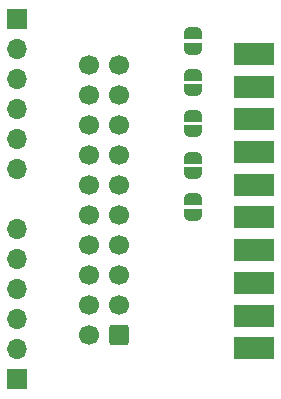
<source format=gbr>
%TF.GenerationSoftware,KiCad,Pcbnew,8.0.5*%
%TF.CreationDate,2024-12-10T05:35:49-08:00*%
%TF.ProjectId,SmartPortAdapter,536d6172-7450-46f7-9274-416461707465,1*%
%TF.SameCoordinates,Original*%
%TF.FileFunction,Soldermask,Top*%
%TF.FilePolarity,Negative*%
%FSLAX46Y46*%
G04 Gerber Fmt 4.6, Leading zero omitted, Abs format (unit mm)*
G04 Created by KiCad (PCBNEW 8.0.5) date 2024-12-10 05:35:49*
%MOMM*%
%LPD*%
G01*
G04 APERTURE LIST*
G04 Aperture macros list*
%AMRoundRect*
0 Rectangle with rounded corners*
0 $1 Rounding radius*
0 $2 $3 $4 $5 $6 $7 $8 $9 X,Y pos of 4 corners*
0 Add a 4 corners polygon primitive as box body*
4,1,4,$2,$3,$4,$5,$6,$7,$8,$9,$2,$3,0*
0 Add four circle primitives for the rounded corners*
1,1,$1+$1,$2,$3*
1,1,$1+$1,$4,$5*
1,1,$1+$1,$6,$7*
1,1,$1+$1,$8,$9*
0 Add four rect primitives between the rounded corners*
20,1,$1+$1,$2,$3,$4,$5,0*
20,1,$1+$1,$4,$5,$6,$7,0*
20,1,$1+$1,$6,$7,$8,$9,0*
20,1,$1+$1,$8,$9,$2,$3,0*%
%AMFreePoly0*
4,1,19,0.500000,-0.750000,0.000000,-0.750000,0.000000,-0.744911,-0.071157,-0.744911,-0.207708,-0.704816,-0.327430,-0.627875,-0.420627,-0.520320,-0.479746,-0.390866,-0.500000,-0.250000,-0.500000,0.250000,-0.479746,0.390866,-0.420627,0.520320,-0.327430,0.627875,-0.207708,0.704816,-0.071157,0.744911,0.000000,0.744911,0.000000,0.750000,0.500000,0.750000,0.500000,-0.750000,0.500000,-0.750000,
$1*%
%AMFreePoly1*
4,1,19,0.000000,0.744911,0.071157,0.744911,0.207708,0.704816,0.327430,0.627875,0.420627,0.520320,0.479746,0.390866,0.500000,0.250000,0.500000,-0.250000,0.479746,-0.390866,0.420627,-0.520320,0.327430,-0.627875,0.207708,-0.704816,0.071157,-0.744911,0.000000,-0.744911,0.000000,-0.750000,-0.500000,-0.750000,-0.500000,0.750000,0.000000,0.750000,0.000000,0.744911,0.000000,0.744911,
$1*%
G04 Aperture macros list end*
%ADD10FreePoly0,90.000000*%
%ADD11FreePoly1,90.000000*%
%ADD12RoundRect,0.250000X0.600000X0.600000X-0.600000X0.600000X-0.600000X-0.600000X0.600000X-0.600000X0*%
%ADD13C,1.700000*%
%ADD14FreePoly0,270.000000*%
%ADD15FreePoly1,270.000000*%
%ADD16R,1.700000X1.700000*%
%ADD17O,1.700000X1.700000*%
%ADD18R,3.480000X1.846667*%
G04 APERTURE END LIST*
D10*
%TO.C,-12V*%
X161500000Y-98050000D03*
D11*
X161500000Y-96750000D03*
%TD*%
D12*
%TO.C,J1*%
X155250000Y-108225000D03*
D13*
X152710000Y-108225000D03*
X155250000Y-105685000D03*
X152710000Y-105685000D03*
X155250000Y-103145000D03*
X152710000Y-103145000D03*
X155250000Y-100605000D03*
X152710000Y-100605000D03*
X155250000Y-98065000D03*
X152710000Y-98065000D03*
X155250000Y-95525000D03*
X152710000Y-95525000D03*
X155250000Y-92985000D03*
X152710000Y-92985000D03*
X155250000Y-90445000D03*
X152710000Y-90445000D03*
X155250000Y-87905000D03*
X152710000Y-87905000D03*
X155250000Y-85365000D03*
X152710000Y-85365000D03*
%TD*%
D14*
%TO.C,D1*%
X161500000Y-86200000D03*
D15*
X161500000Y-87500000D03*
%TD*%
D16*
%TO.C,J3*%
X146600000Y-112000000D03*
D17*
X146600000Y-109460000D03*
X146600000Y-106920000D03*
X146600000Y-104380000D03*
X146600000Y-101840000D03*
X146600000Y-99300000D03*
%TD*%
D10*
%TO.C,D2*%
X161500000Y-84000000D03*
D11*
X161500000Y-82700000D03*
%TD*%
D10*
%TO.C,+12V*%
X161500000Y-91000000D03*
D11*
X161500000Y-89700000D03*
%TD*%
D10*
%TO.C,+5V*%
X161500000Y-94550000D03*
D11*
X161500000Y-93250000D03*
%TD*%
D16*
%TO.C,J2*%
X146600000Y-81500000D03*
D17*
X146600000Y-84040000D03*
X146600000Y-86580000D03*
X146600000Y-89120000D03*
X146600000Y-91660000D03*
X146600000Y-94200000D03*
%TD*%
D18*
%TO.C,U1*%
X166700000Y-109365000D03*
X166700000Y-106595000D03*
X166700000Y-103825000D03*
X166700000Y-101055000D03*
X166700000Y-98285000D03*
X166700000Y-95515000D03*
X166700000Y-92745000D03*
X166700000Y-89975000D03*
X166700000Y-87205000D03*
X166700000Y-84435000D03*
%TD*%
M02*

</source>
